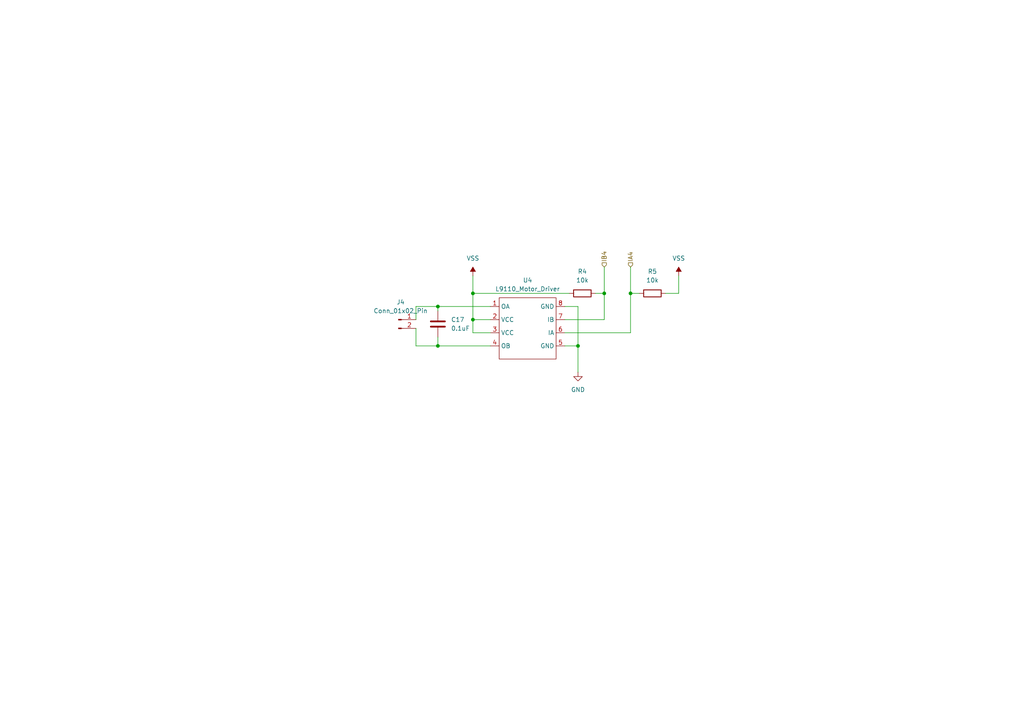
<source format=kicad_sch>
(kicad_sch (version 20230121) (generator eeschema)
  (paper "A4")
  (lib_symbols
    (symbol "CDOG_Symbols:L9110"
      (property "Reference" "U" (at 0 10.16 0))
      (property "Value" "L9110_Motor_Driver" (at 0 -12.7 0))
      (symbol "L9110_0_1"
        (rectangle (start -8.89 7.62) (end 7.62 -10.16))
      )
      (symbol "L9110_1_1"
        (pin output line (at -11.43 5.08 0) (length 2.54) (name "OA") (number "1"))
        (pin power_in line (at -11.43 1.27 0) (length 2.54) (name "VCC") (number "2"))
        (pin power_in line (at -11.43 -2.54 0) (length 2.54) (name "VCC") (number "3"))
        (pin output line (at -11.43 -6.35 0) (length 2.54) (name "OB") (number "4"))
        (pin input line (at 10.16 -6.35 180) (length 2.54) (name "GND") (number "5"))
        (pin input line (at 10.16 -2.54 180) (length 2.54) (name "IA") (number "6"))
        (pin input line (at 10.16 1.27 180) (length 2.54) (name "IB") (number "7"))
        (pin power_in line (at 10.16 5.08 180) (length 2.54) (name "GND") (number "8"))
      )
    )
    (symbol "Connector:Conn_01x02_Pin" (pin_names (offset 1.016) hide)
      (property "Reference" "J" (at 0 2.54 0))
      (property "Value" "Conn_01x02_Pin" (at 0 -5.08 0))
      (symbol "Conn_01x02_Pin_1_1"
        (polyline (pts (xy 1.27 -2.54) (xy 0.8636 -2.54)) (stroke (width 0.1524)))
        (polyline (pts (xy 1.27 0) (xy 0.8636 0)) (stroke (width 0.1524)))
        (rectangle (start 0.8636 -2.413) (end 0 -2.667) (stroke (width 0.1524)) (fill (type outline)))
        (rectangle (start 0.8636 0.127) (end 0 -0.127) (stroke (width 0.1524)) (fill (type outline)))
        (pin passive line (at 5.08 0 180) (length 3.81) (name "Pin_1") (number "1"))
        (pin passive line (at 5.08 -2.54 180) (length 3.81) (name "Pin_2") (number "2"))
      )
    )
    (symbol "Device:C" (pin_numbers hide) (pin_names (offset 0.254))
      (property "Reference" "C" (at 0.635 2.54 0))
      (property "Value" "C" (at 0.635 -2.54 0))
      (symbol "C_0_1"
        (polyline (pts (xy -2.032 -0.762) (xy 2.032 -0.762)) (stroke (width 0.508)))
        (polyline (pts (xy -2.032 0.762) (xy 2.032 0.762)) (stroke (width 0.508)))
      )
      (symbol "C_1_1"
        (pin passive line (at 0 3.81 270) (length 2.794) (name "~") (number "1"))
        (pin passive line (at 0 -3.81 90) (length 2.794) (name "~") (number "2"))
      )
    )
    (symbol "Device:R" (pin_numbers hide) (pin_names (offset 0))
      (property "Reference" "R" (at 2.032 0 90))
      (property "Value" "R" (at 0 0 90))
      (symbol "R_0_1"
        (rectangle (start -1.016 -2.54) (end 1.016 2.54) (stroke (width 0.254)))
      )
      (symbol "R_1_1"
        (pin passive line (at 0 3.81 270) (length 1.27) (name "~") (number "1"))
        (pin passive line (at 0 -3.81 90) (length 1.27) (name "~") (number "2"))
      )
    )
    (symbol "power:GND" (power) (pin_names (offset 0))
      (property "Value" "GND" (at 0 -3.81 0))
      (symbol "GND_0_1"
        (polyline (pts (xy 0 0) (xy 0 -1.27) (xy 1.27 -1.27) (xy 0 -2.54) (xy -1.27 -1.27) (xy 0 -1.27)))
      )
      (symbol "GND_1_1"
        (pin power_in line (at 0 0 270) (length 0) hide (name "GND") (number "1"))
      )
    )
    (symbol "power:VSS" (power) (pin_names (offset 0))
      (property "Value" "VSS" (at 0 3.81 0))
      (symbol "VSS_0_1"
        (polyline (pts (xy 0 0) (xy 0 2.54)))
        (polyline (pts (xy 0.762 1.27) (xy -0.762 1.27) (xy 0 2.54) (xy 0.762 1.27)) (fill (type outline)))
      )
      (symbol "VSS_1_1"
        (pin power_in line (at 0 0 90) (length 0) hide (name "VSS") (number "1"))
      )
    )
  )
  (junction (at 182.88 85.09))
  (junction (at 127 88.9))
  (junction (at 127 100.33))
  (junction (at 167.64 100.33))
  (junction (at 175.26 85.09))
  (junction (at 137.16 85.09))
  (junction (at 137.16 92.71))
  (wire (pts (xy 182.88 77.47) (xy 182.88 85.09)))
  (wire (pts (xy 137.16 85.09) (xy 137.16 80.01)))
  (wire (pts (xy 163.83 96.52) (xy 182.88 96.52)))
  (wire (pts (xy 167.64 88.9) (xy 167.64 100.33)))
  (wire (pts (xy 137.16 96.52) (xy 137.16 92.71)))
  (wire (pts (xy 167.64 100.33) (xy 167.64 107.95)))
  (wire (pts (xy 120.65 88.9) (xy 120.65 92.71)))
  (wire (pts (xy 182.88 85.09) (xy 182.88 96.52)))
  (wire (pts (xy 142.24 96.52) (xy 137.16 96.52)))
  (wire (pts (xy 175.26 85.09) (xy 175.26 92.71)))
  (wire (pts (xy 182.88 85.09) (xy 185.42 85.09)))
  (wire (pts (xy 163.83 88.9) (xy 167.64 88.9)))
  (wire (pts (xy 172.72 85.09) (xy 175.26 85.09)))
  (wire (pts (xy 142.24 100.33) (xy 127 100.33)))
  (wire (pts (xy 142.24 88.9) (xy 127 88.9)))
  (wire (pts (xy 196.85 85.09) (xy 193.04 85.09)))
  (wire (pts (xy 142.24 92.71) (xy 137.16 92.71)))
  (wire (pts (xy 137.16 85.09) (xy 165.1 85.09)))
  (wire (pts (xy 196.85 80.01) (xy 196.85 85.09)))
  (wire (pts (xy 127 88.9) (xy 127 90.17)))
  (wire (pts (xy 120.65 100.33) (xy 120.65 95.25)))
  (wire (pts (xy 127 88.9) (xy 120.65 88.9)))
  (wire (pts (xy 137.16 92.71) (xy 137.16 85.09)))
  (wire (pts (xy 163.83 100.33) (xy 167.64 100.33)))
  (wire (pts (xy 175.26 77.47) (xy 175.26 85.09)))
  (wire (pts (xy 127 100.33) (xy 127 97.79)))
  (wire (pts (xy 163.83 92.71) (xy 175.26 92.71)))
  (wire (pts (xy 127 100.33) (xy 120.65 100.33)))
  (hierarchical_label "IB4" (shape input) (at 175.26 77.47 90))
  (hierarchical_label "IA4" (shape input) (at 182.88 77.47 90))
  (symbol (lib_id "Device:C") (at 127 93.98 0) (unit 1)
    (property "Reference" "C17" (at 130.81 92.71 0) (effects (justify left)))
    (property "Value" "0.1uF" (at 130.81 95.25 0) (effects (justify left)))
    (property "Footprint" "Capacitor_SMD:C_0805_2012Metric_Pad1.18x1.45mm_HandSolder" (effects hide))
    (property "LCSC" "C49678" (effects hide))
    (instances (project "RP2040_Robot_Rover" (path "" (reference "C17") (unit 1))) (project "storper_v0.2" (path "" (reference "C1") (unit 1)) (path "" (reference "C2") (unit 1)) (path "" (reference "C3") (unit 1)) (path "" (reference "C4") (unit 1))))
  )
  (symbol (lib_id "power:VSS") (at 137.16 80.01 0) (unit 1)
    (property "Reference" "#PWR07" (effects hide))
    (property "Value" "VSS" (at 137.16 74.93 0))
  )
  (symbol (lib_id "Connector:Conn_01x02_Pin") (at 115.57 92.71 0) (unit 1)
    (property "Reference" "J4" (at 116.205 87.63 0))
    (property "Value" "Conn_01x02_Pin" (at 116.205 90.17 0))
    (property "Footprint" "Connector_PinHeader_2.54mm:PinHeader_1x02_P2.54mm_Vertical" (effects hide))
    (instances (project "RP2040_Robot_Rover" (path "" (reference "J4") (unit 1))) (project "storper_v0.2" (path "" (reference "J1") (unit 1)) (path "" (reference "J2") (unit 1)) (path "" (reference "J3") (unit 1)) (path "" (reference "J4") (unit 1))))
  )
  (symbol (lib_id "Device:R") (at 168.91 85.09 90) (unit 1)
    (property "Reference" "R4" (at 168.91 78.74 90))
    (property "Value" "10k" (at 168.91 81.28 90))
    (property "Footprint" "Resistor_SMD:R_0805_2012Metric_Pad1.20x1.40mm_HandSolder" (effects hide))
    (property "LCSC" "C17414" (effects hide))
    (instances (project "RP2040_Robot_Rover" (path "" (reference "R4") (unit 1))) (project "storper_v0.2" (path "" (reference "R1") (unit 1)) (path "" (reference "R3") (unit 1)) (path "" (reference "R5") (unit 1)) (path "" (reference "R7") (unit 1))))
  )
  (symbol (lib_id "power:GND") (at 167.64 107.95 0) (unit 1)
    (property "Reference" "#PWR021" (effects hide))
    (property "Value" "GND" (at 167.64 113.03 0))
    (instances (project "RP2040_Robot_Rover" (path "" (reference "#PWR021") (unit 1))) (project "storper_v0.2" (path "" (reference "#PWR02") (unit 1)) (path "" (reference "#PWR04") (unit 1)) (path "" (reference "#PWR06") (unit 1)) (path "" (reference "#PWR08") (unit 1))))
  )
  (symbol (lib_id "power:VSS") (at 196.85 80.01 0) (unit 1)
    (property "Reference" "#PWR014" (effects hide))
    (property "Value" "VSS" (at 196.85 74.93 0))
  )
  (symbol (lib_id "CDOG_Symbols:L9110") (at 153.67 93.98 0) (unit 1)
    (property "Reference" "U4" (at 153.035 81.28 0))
    (property "Value" "L9110_Motor_Driver" (at 153.035 83.82 0))
    (property "Footprint" "CDOG:L9110S_SOP-8_L4.9-W3.9-P1.27-LS6.0-BL" (effects hide))
    (property "LCSC" "C85174" (effects hide))
    (instances (project "RP2040_Robot_Rover" (path "" (reference "U4") (unit 1))) (project "storper_v0.2" (path "" (reference "U1") (unit 1)) (path "" (reference "U2") (unit 1)) (path "" (reference "U3") (unit 1)) (path "" (reference "U4") (unit 1))))
  )
  (symbol (lib_id "Device:R") (at 189.23 85.09 90) (unit 1)
    (property "Reference" "R5" (at 189.23 78.74 90))
    (property "Value" "10k" (at 189.23 81.28 90))
    (property "Footprint" "Resistor_SMD:R_0805_2012Metric_Pad1.20x1.40mm_HandSolder" (effects hide))
    (property "LCSC" "C17414" (effects hide))
    (instances (project "RP2040_Robot_Rover" (path "" (reference "R5") (unit 1))) (project "storper_v0.2" (path "" (reference "R2") (unit 1)) (path "" (reference "R4") (unit 1)) (path "" (reference "R6") (unit 1)) (path "" (reference "R8") (unit 1))))
  )
)
</source>
